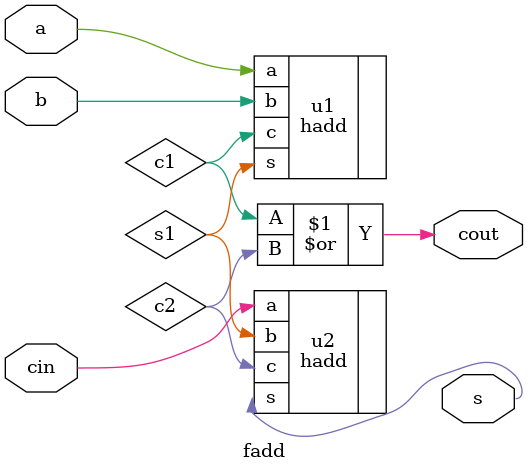
<source format=v>
module fadd (
    input wire a,
    input wire b,
    input wire cin,

    output wire s,
    output wire cout
);

wire s1, c1, c2;

hadd u1 (
    .a(a),
    .b(b),
    .s(s1),
    .c(c1)
);

hadd u2 (
    .a(cin),
    .b(s1),
    .s(s),
    .c(c2)
);

assign cout = c1 | c2;

endmodule

</source>
